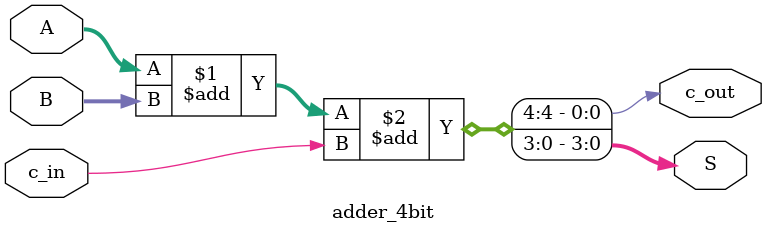
<source format=v>

module adder_4bit (
    S, c_out,
    A, B, c_in
);

    input [3 : 0] A, B;
    input c_in;
    output [3 : 0] S;
    output c_out;

    assign {c_out, S} = A + B + c_in;
    
endmodule
</source>
